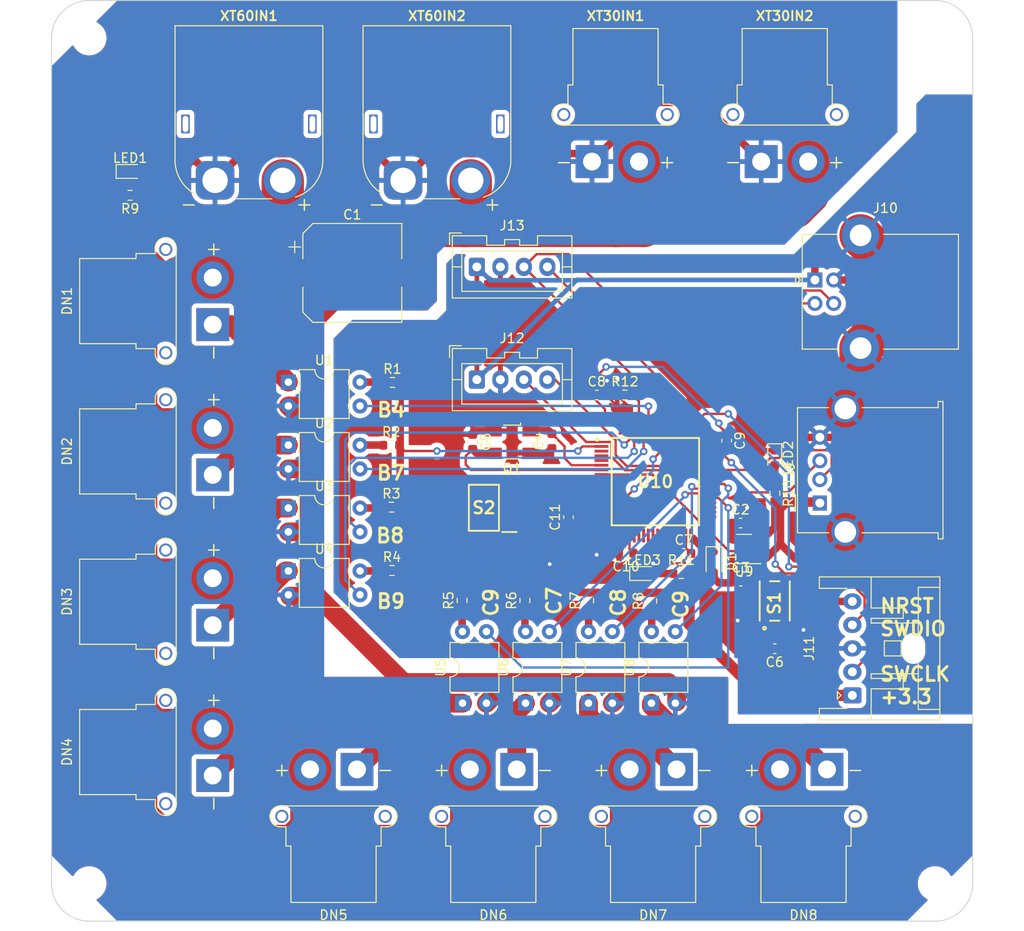
<source format=kicad_pcb>
(kicad_pcb (version 20221018) (generator pcbnew)
  (layers (0 "F.Cu" signal) (31 "B.Cu" signal) (34 "B.Paste" user) (35 "F.Paste" user) (36 "B.SilkS" user "B.Silkscreen") (37 "F.SilkS" user "F.Silkscreen") (38 "B.Mask" user) (39 "F.Mask" user) (44 "Edge.Cuts" user))
  (net 0 "")
  (net 1 "VCC")
  (net 2 "GNDPWR")
  (net 3 "GND")
  (net 4 "nrst")
  (net 5 "+3.3V")
  (net 6 "+5V")
  (net 7 "A10")
  (net 8 "A9")
  (net 9 "C10")
  (net 10 "C11")
  (net 11 "swclk")
  (net 12 "swdio")
  (net 13 "Net-(LED1-A)")
  (net 14 "Net-(LED2-A)")
  (net 15 "Net-(LED3-A)")
  (net 16 "A0")
  (net 17 "A1")
  (net 18 "C6")
  (net 19 "C7")
  (net 20 "C8")
  (net 21 "C9")
  (net 22 "B6")
  (net 23 "B7")
  (net 24 "B8")
  (net 25 "B9")
  (net 26 "Net-(R5-Pad1)")
  (net 27 "Net-(R6-Pad1)")
  (net 28 "Net-(R7-Pad1)")
  (net 29 "Net-(R8-Pad1)")
  (net 30 "Net-(U9-ADJ)")
  (net 31 "Net-(U9-OUT)")
  (net 32 "Net-(U10-PH0-OSC_IN)")
  (net 33 "Net-(U10-PH1-OSC_OUT)")
  (net 34 "Net-(U10-VCAP_1)")
  (net 35 "Net-(J1-Pin_1)")
  (net 36 "Net-(J2-Pin_1)")
  (net 37 "Net-(J3-Pin_1)")
  (net 38 "Net-(J4-Pin_1)")
  (net 39 "Net-(J5-Pin_1)")
  (net 40 "Net-(J6-Pin_1)")
  (net 41 "Net-(J7-Pin_1)")
  (net 42 "Net-(J8-Pin_1)")
  (net 43 "Net-(R1-Pad1)")
  (net 44 "Net-(R2-Pad1)")
  (net 45 "Net-(R3-Pad1)")
  (net 46 "Net-(R4-Pad1)")
  (net 47 "Net-(U10-BOOT0)")
  (net 48 "Net-(U10-PC3)")
  (net 49 "Net-(U10-PC2)")
  (net 50 "Net-(U10-PC1)")
  (net 51 "Net-(U10-PC0)")
  (footprint "Resistor_SMD:R_0603_1608Metric" (layer "F.Cu") (at 121.679757 121.861689 90)
    (fp_text reference "R5")
    (fp_text value "100")
  )
  (footprint "LED_SMD:LED_0603_1608Metric" (layer "F.Cu") (at 141 119)
    (fp_text reference "LED3")
    (fp_text value "3.3v")
  )
  (footprint "Connector_AMASS:AMASS_XT30PW-F_1x02_P2.50mm_Horizontal" (layer "F.Cu") (at 110.5 139.85 180)
    (fp_text reference "DN5")
    (fp_text value "Conn_01x02")
  )
  (footprint "Resistor_SMD:R_0603_1608Metric" (layer "F.Cu") (at 114.137312 105.347025)
    (fp_text reference "R2")
    (fp_text value "100")
  )
  (footprint "Resistor_SMD:R_0603_1608Metric" (layer "F.Cu") (at 114.268511 98.655906)
    (fp_text reference "R1")
    (fp_text value "100")
  )
  (footprint "MountingHole:MountingHole_3.2mm_M3" (layer "F.Cu") (at 172 152)
    (fp_text reference "REF**" hide)
    (fp_text value "MountingHole_3.2mm_M3")
  )
  (footprint "Resistor_SMD:R_0603_1608Metric" (layer "F.Cu") (at 141.855157 121.92 90)
    (fp_text reference "R8")
    (fp_text value "100")
  )
  (footprint "SamacSys:SMT_4.2X3.2_" (layer "F.Cu") (at 154.94 121.92 90)
    (fp_text reference "S1")
    (fp_text value "SKRPACE010" hide)
  )
  (footprint "Connector_AMASS:AMASS_XT30PW-F_1x02_P2.50mm_Horizontal" (layer "F.Cu") (at 95.15 92.5 90)
    (fp_text reference "DN1")
    (fp_text value "Conn_01x02")
  )
  (footprint "Connector_JST:JST_XA_S05B-XASK-1_1x05_P2.50mm_Horizontal" (layer "F.Cu") (at 163.198424 131.967858 90)
    (fp_text reference "J11")
    (fp_text value "stlink")
  )
  (footprint "Capacitor_SMD:C_0603_1608Metric" (layer "F.Cu") (at 145.26604 116.859941)
    (fp_text reference "C7")
    (fp_text value "4.7uF")
  )
  (footprint "Connector_AMASS:AMASS_XT30PW-F_1x02_P2.50mm_Horizontal" (layer "F.Cu") (at 95.15 108.5 90)
    (fp_text reference "DN2")
    (fp_text value "Conn_01x02")
  )
  (footprint "Capacitor_SMD:C_0603_1608Metric" (layer "F.Cu") (at 149.818123 104.855366 -90)
    (fp_text reference "C9")
    (fp_text value "0.1uF")
  )
  (footprint "Package_DIP:DIP-4_W7.62mm" (layer "F.Cu") (at 103.2 105.325)
    (fp_text reference "U2")
    (fp_text value "TLP627")
  )
  (footprint "Capacitor_SMD:C_0603_1608Metric" (layer "F.Cu") (at 151.322365 119.811261)
    (fp_text reference "C3")
    (fp_text value "2.2uF")
  )
  (footprint "Capacitor_SMD:CP_Elec_10x10" (layer "F.Cu") (at 110 87)
    (fp_text reference "C1")
    (fp_text value "330μf")
  )
  (footprint "Crystal:Crystal_SMD_Abracon_ABM3B-4Pin_5.0x3.2mm" (layer "F.Cu") (at 127 105 180)
    (fp_text reference "Q1")
    (fp_text value "ABM3B-8.000MHZ-B2-T")
  )
  (footprint "Package_DIP:DIP-4_W7.62mm" (layer "F.Cu") (at 103.2 98.625)
    (fp_text reference "U1")
    (fp_text value "TLP627")
  )
  (footprint "Capacitor_SMD:C_0603_1608Metric" (layer "F.Cu") (at 151.302424 113.629442)
    (fp_text reference "C2")
    (fp_text value "4.7nF")
  )
  (footprint "Diode_SMD:D_SOD-323" (layer "F.Cu") (at 148.486569 117.757302 -90)
    (fp_text reference "D1")
    (fp_text value "BAT60JFILM")
  )
  (footprint "Package_DIP:DIP-4_W7.62mm" (layer "F.Cu") (at 121.725 132.8 90)
    (fp_text reference "U5")
    (fp_text value "TLP627")
  )
  (footprint "Connector_USB:USB_B_Lumberg_2411_02_Horizontal" (layer "F.Cu") (at 159.2125 87.75)
    (fp_text reference "J10")
    (fp_text value "USB_B")
  )
  (footprint "Capacitor_SMD:C_0603_1608Metric" (layer "F.Cu") (at 139.1217 116.820058 180)
    (fp_text reference "C10")
    (fp_text value "0.1uF")
  )
  (footprint "Package_DIP:DIP-4_W7.62mm" (layer "F.Cu") (at 103.2 112.025)
    (fp_text reference "U3")
    (fp_text value "TLP627")
  )
  (footprint "LED_SMD:LED_0603_1608Metric" (layer "F.Cu") (at 154.94 106.68 -90)
    (fp_text reference "LED2")
    (fp_text value "5v")
  )
  (footprint "Capacitor_SMD:C_0603_1608Metric" (layer "F.Cu") (at 133 113 90)
    (fp_text reference "C11")
    (fp_text value "0.1uF")
  )
  (footprint "Resistor_SMD:R_0603_1608Metric" (layer "F.Cu") (at 135.137798 121.885013 90)
    (fp_text reference "R7")
    (fp_text value "100")
  )
  (footprint "MountingHole:MountingHole_3.2mm_M3" (layer "F.Cu") (at 82 152)
    (fp_text reference "REF**" hide)
    (fp_text value "MountingHole_3.2mm_M3")
  )
  (footprint "Capacitor_SMD:C_0603_1608Metric" (layer "F.Cu") (at 122.79736 104.985044 -90)
    (fp_text reference "C5")
    (fp_text value "22pF")
  )
  (footprint "Connector_AMASS:AMASS_XT30PW-F_1x02_P2.50mm_Horizontal" (layer "F.Cu") (at 144.5 139.85 180)
    (fp_text reference "DN7")
    (fp_text value "Conn_01x02")
  )
  (footprint "Capacitor_SMD:C_0603_1608Metric" (layer "F.Cu") (at 131.232552 104.895307 90)
    (fp_text reference "C4")
    (fp_text value "22pF")
  )
  (footprint "Resistor_SMD:R_0603_1608Metric" (layer "F.Cu") (at 86.36 78.74 180)
    (fp_text reference "R9")
    (fp_text value "4.7k")
  )
  (footprint "Resistor_SMD:R_0603_1608Metric" (layer "F.Cu") (at 154.954956 110.461349 -90)
    (fp_text reference "R10")
    (fp_text value "4.7k")
  )
  (footprint "Connector_AMASS:AMASS_XT30PW-F_1x02_P2.50mm_Horizontal" (layer "F.Cu") (at 95.15 140.5 90)
    (fp_text reference "DN4")
    (fp_text value "Conn_01x02")
  )
  (footprint "Connector_USB:USB_A_Molex_67643_Horizontal" (layer "F.Cu") (at 159.74 111.5 90)
    (fp_text reference "J9")
    (fp_text value "USB_A")
  )
  (footprint "Package_DIP:DIP-4_W7.62mm" (layer "F.Cu") (at 103.2 118.725)
    (fp_text reference "U4")
    (fp_text value "TLP627")
  )
  (footprint "Package_DIP:DIP-4_W7.62mm" (layer "F.Cu") (at 141.825 132.8 90)
    (fp_text reference "U8")
    (fp_text value "TLP627")
  )
  (footprint "Connector_AMASS:AMASS_XT30PW-F_1x02_P2.50mm_Horizontal" (layer "F.Cu") (at 153.5 75.15)
    (fp_text reference "XT30IN2")
    (fp_text value "Conn_01x02")
  )
  (footprint "Connector_JST:JST_XA_B04B-XASK-1_1x04_P2.50mm_Vertical" (layer "F.Cu") (at 123.25 98.36)
    (fp_text reference "J12")
    (fp_text value "Conn_01x04")
  )
  (footprint "MountingHole:MountingHole_3.2mm_M3" (layer "F.Cu") (at 172 62)
    (fp_text reference "REF**" hide)
    (fp_text value "MountingHole_3.2mm_M3")
  )
  (footprint "Capacitor_SMD:C_0603_1608Metric" (layer "F.Cu") (at 154.94 127 180)
    (fp_text reference "C6")
    (fp_text value "0.1uF")
  )
  (footprint "Resistor_SMD:R_0603_1608Metric" (layer "F.Cu") (at 114.163552 111.933185)
    (fp_text reference "R3")
    (fp_text value "100")
  )
  (footprint "Package_TO_SOT_SMD:SOT-23-5" (layer "F.Cu") (at 151.675787 116.388676 180)
    (fp_text reference "U9")
    (fp_text value "SPX3819M5-L")
  )
  (footprint "Connector_AMASS:AMASS_XT60PW-M_1x02_P7.20mm_Horizontal" (layer "F.Cu") (at 115.4 77.15)
    (fp_text reference "XT60IN2")
    (fp_text value "power")
  )
  (footprint "Package_DIP:DIP-4_W7.62mm" (layer "F.Cu") (at 128.425 132.8 90)
    (fp_text reference "U6")
    (fp_text value "TLP627")
  )
  (footprint "Package_DIP:DIP-4_W7.62mm" (layer "F.Cu") (at 135.125 132.8 90)
    (fp_text reference "U7")
    (fp_text value "TLP627")
  )
  (footprint "Resistor_SMD:R_0603_1608Metric" (layer "F.Cu") (at 139 100)
    (fp_text reference "R12")
    (fp_text value "10k")
  )
  (footprint "Resistor_SMD:R_0603_1608Metric" (layer "F.Cu") (at 128.362129 121.873351 90)
    (fp_text reference "R6")
    (fp_text value "100")
  )
  (footprint "Connector_AMASS:AMASS_XT30PW-F_1x02_P2.50mm_Horizontal" (layer "F.Cu") (at 160.5 139.85 180)
    (fp_text reference "DN8")
    (fp_text value "Conn_01x02")
  )
  (footprint "LED_SMD:LED_0603_1608Metric" (layer "F.Cu") (at 86.36 76.2)
    (fp_text reference "LED1")
    (fp_text value "vcc")
  )
  (footprint "SamacSys:NE555DR" (layer "F.Cu") (at 124 112 180)
    (fp_text reference "S2")
    (fp_text value "KHS42E" hide)
  )
  (footprint "SamacSys:QFP50P1200X1200X160-64N" (layer "F.Cu") (at 142.24 109.22)
    (fp_text reference "U10")
    (fp_text value "STM32F446RCT7" hide)
  )
  (footprint "Capacitor_SMD:C_0603_1608Metric" (layer "F.Cu") (at 136 100)
    (fp_text reference "C8")
    (fp_text value "0.1uF")
  )
  (footprint "Connector_JST:JST_XA_B04B-XASK-1_1x04_P2.50mm_Vertical" (layer "F.Cu") (at 123.25 86.36)
    (fp_text reference "J13")
    (fp_text value "Conn_01x04")
  )
  (footprint "Connector_AMASS:AMASS_XT30PW-F_1x02_P2.50mm_Horizontal" (layer "F.Cu") (at 135.5 75.15)
    (fp_text reference "XT30IN1")
    (fp_text value "Conn_01x02")
  )
  (footprint "Connector_AMASS:AMASS_XT30PW-F_1x02_P2.50mm_Horizontal" (layer "F.Cu") (at 95.15 124.5 90)
    (fp_text reference "DN3")
    (fp_text value "Conn_01x02")
  )
  (footprint "Connector_AMASS:AMASS_XT30PW-F_1x02_P2.50mm_Horizontal" (layer "F.Cu") (at 127.5 139.85 180)
    (fp_text reference "DN6")
    (fp_text value "Conn_01x02")
  )
  (footprint "MountingHole:MountingHole_3.2mm_M3" (layer "F.Cu") (at 82 62)
    (fp_text reference "REF**" hide)
    (fp_text value "MountingHole_3.2mm_M3")
  )
  (footprint "Connector_AMASS:AMASS_XT60PW-M_1x02_P7.20mm_Horizontal" (layer "F.Cu") (at 95.4 77.15)
    (fp_text reference "XT60IN1")
    (fp_text value "power")
  )
  (footprint "Resistor_SMD:R_0603_1608Metric" (layer "F.Cu") (at 114.216031 118.676783)
    (fp_text reference "R4")
    (fp_text value "100")
  )
  (footprint "Resistor_SMD:R_0603_1608Metric" (layer "F.Cu") (at 145 119)
    (fp_text reference "R11")
    (fp_text value "1k")
  )
  (gr_line (start 82 156) (end 172 156) (stroke (width 0.1)) (layer "Edge.Cuts"))
  (gr_line (start 176 152) (end 176 62) (stroke (width 0.1)) (layer "Edge.Cuts"))
  (gr_arc (start 176 152) (mid 174.828427 154.828427) (end 172 156) (stroke (width 0.1)) (layer "Edge.Cuts"))
  (gr_arc (start 172 58) (mid 174.828427 59.171573) (end 176 62) (stroke (width 0.1)) (layer "Edge.Cuts"))
  (gr_arc (start 82 156) (mid 79.171573 154.828427) (end 78 152) (stroke (width 0.1)) (layer "Edge.Cuts"))
  (gr_arc (start 78 62) (mid 79.171573 59.171573) (end 82 58) (stroke (width 0.1)) (layer "Edge.Cuts"))
  (gr_line (start 78 62) (end 78 152) (stroke (width 0.1)) (layer "Edge.Cuts"))
  (gr_line (start 172 58) (end 82 58) (stroke (width 0.1)) (layer "Edge.Cuts"))
  (gr_text "C9" (at 145.831739 123.92492 90) (layer "F.SilkS") (effects (font (size 1.5 1.5) (thickness 0.3) bold) (justify left bottom)))
  (gr_text "NRST\nSWDIO\n\nSWCLK\n+3.3" (at 166 133) (layer "F.SilkS") (effects (font (size 1.5 1.5) (thickness 0.3) bold) (justify left bottom)))
  (gr_text "B9" (at 112.442433 122.829224) (layer "F.SilkS") (effects (font (size 1.5 1.5) (thickness 0.3) bold) (justify left bottom)))
  (gr_text "C7" (at 132.337856 123.559243 90) (layer "F.SilkS") (effects (font (size 1.5 1.5) (thickness 0.3) bold) (justify left bottom)))
  (gr_text "B7" (at 112.443271 109.164068) (layer "F.SilkS") (effects (font (size 1.5 1.5) (thickness 0.3) bold) (justify left bottom)))
  (gr_text "B4" (at 112.480811 102.455505) (layer "F.SilkS") (effects (font (size 1.5 1.5) (thickness 0.3) bold) (justify left bottom)))
  (gr_text "C9" (at 125.631807 123.736384 90) (layer "F.SilkS") (effects (font (size 1.5 1.5) (thickness 0.3) bold) (justify left bottom)))
  (gr_text "C8" (at 139.176302 123.747779 90) (layer "F.SilkS") (effects (font (size 1.5 1.5) (thickness 0.3) bold) (justify left bottom)))
  (gr_text "B8" (at 112.366515 115.844811) (layer "F.SilkS") (effects (font (size 1.5 1.5) (thickness 0.3) bold) (justify left bottom)))
  (segment (start 155.65 140) (end 155.65 146.154773) (width 4.5) (layer "F.Cu") (net 1))
  (segment (start 95.15 119.5) (end 95 119.65) (width 4.5) (layer "F.Cu") (net 1))
  (segment (start 88.65 119.65) (end 87 118) (width 4.5) (layer "F.Cu") (net 1))
  (segment (start 153.804773 148) (end 141.3 148) (width 4.5) (layer "F.Cu") (net 1))
  (segment (start 85.535 81.723478) (end 91.311522 87.5) (width 0.8) (layer "F.Cu") (net 1))
  (segment (start 139.5 139.85) (end 139.65 140) (width 4.5) (layer "F.Cu") (net 1))
  (segment (start 122.5 139.85) (end 122.65 140) (width 4.5) (layer "F.Cu") (net 1))
  (segment (start 155.65 146.154773) (end 153.804773 148) (width 4.5) (layer "F.Cu") (net 1))
  (segment (start 122.65 146.35) (end 121 148) (width 4.5) (layer "F.Cu") (net 1))
  (segment (start 87 137.495227) (end 88.845227 135.65) (width 4.5) (layer "F.Cu") (net 1))
  (segment (start 95 103.65) (end 88.845227 103.65) (width 4.5) (layer "F.Cu") (net 1))
  (segment (start 102.6 77.15) (end 102.6 80.6) (width 4.5) (layer "F.Cu") (net 1))
  (segment (start 107.495227 148) (end 105.65 146.154773) (width 4.5) (layer "F.Cu") (net 1))
  (segment (start 157.05 80) (end 143 80) (width 4.5) (layer "F.Cu") (net 1))
  (segment (start 95 135.65) (end 88.845227 135.65) (width 4.5) (layer "F.Cu") (net 1))
  (segment (start 140.5 75.15) (end 140.5 79.5) (width 4.5) (layer "F.Cu") (net 1))
  (segment (start 87 105.495227) (end 88.845227 103.65) (width 4.5) (layer "F.Cu") (net 1))
  (segment (start 87 133.804773) (end 87 121.3) (width 4.5) (layer "F.Cu") (net 1))
  (segment (start 141.3 148) (end 139.65 146.35) (width 4.5) (layer "F.Cu") (net 1))
  (segment (start 105.5 139.85) (end 105.65 140) (width 4.5) (layer "F.Cu") (net 1))
  (segment (start 95.65 87) (end 95.15 87.5) (width 4.5) (layer "F.Cu") (net 1))
  (segment (start 143 80) (end 141 82) (width 4.5) (layer "F.Cu") (net 1))
  (segment (start 158.5 75.15) (end 158.5 78.55) (width 4.5) (layer "F.Cu") (net 1))
  (segment (start 102.6 80.6) (end 104 82) (width 4.5) (layer "F.Cu") (net 1))
  (segment (start 121 148) (end 107.495227 148) (width 4.5) (layer "F.Cu") (net 1))
  (segment (start 95.15 103.5) (end 95 103.65) (width 4.5) (layer "F.Cu") (net 1))
  (segment (start 158.5 78.55) (end 157.05 80) (width 4.5) (layer "F.Cu") (net 1))
  (segment (start 139.65 140) (end 139.65 146.35) (width 4.5) (layer "F.Cu") (net 1))
  (segment (start 95.15 135.5) (end 95 135.65) (width 4.5) (layer "F.Cu") (net 1))
  (segment (start 139.65 146.35) (end 138 148) (width 4.5) (layer "F.Cu") (net 1))
  (segment (start 90.462994 87.5) (end 91.604773 87.5) (width 2) (layer "F.Cu") (net 1))
  (segment (start 87 144.804773) (end 87 137.495227) (width 4.5) (layer "F.Cu") (net 1))
  (segment (start 105.65 140) (end 105.65 146.154773) (width 4.5) (layer "F.Cu") (net 1))
  (segment (start 138 148) (end 124.3 148) (width 4.5) (layer "F.Cu") (net 1))
  (segment (start 138 82) (end 122 82) (width 4.5) (layer "F.Cu") (net 1))
  (segment (start 87 101.804773) (end 87 92.104773) (width 4.5) (layer "F.Cu") (net 1))
  (segment (start 87 92.104773) (end 91.604773 87.5) (width 4.5) (layer "F.Cu") (net 1))
  (segment (start 122.6 77.15) (end 122.6 81.4) (width 4.5) (layer "F.Cu") (net 1))
  (segment (start 90.195227 148) (end 87 144.804773) (width 4.5) (layer "F.Cu") (net 1))
  (segment (start 87 118) (end 87 105.495227) (width 4.5) (layer "F.Cu") (net 1))
  (segment (start 91.311522 87.5) (end 91.604773 87.5) (width 0.8) (layer "F.Cu") (net 1))
  (segment (start 122 82) (end 106 82) (width 4.5) (layer "F.Cu") (net 1))
  (segment (start 155.5 139.85) (end 155.65 140) (width 4.5) (layer "F.Cu") (net 1))
  (segment (start 124.3 148) (end 122.65 146.35) (width 4.5) (layer "F.Cu") (net 1))
  (segment (start 106 82) (end 104 82) (width 4.5) (layer "F.Cu") (net 1))
  (segment (start 85.535 78.74) (end 85.535 81.723478) (width 0.8) (layer "F.Cu") (net 1))
  (segment (start 141 82) (end 138 82) (width 4.5) (layer "F.Cu") (net 1))
  (segment (start 88.845227 135.65) (end 87 133.804773) (width 4.5) (layer "F.Cu") (net 1))
  (segment (start 106 87) (end 106 82) (width 4.5) (layer "F.Cu") (net 1))
  (segment (start 105.65 146.154773) (end 103.804773 148) (width 4.5) (layer "F.Cu") (net 1))
  (segment (start 103.804773 148) (end 90.195227 148) (width 4.5) (layer "F.Cu") (net 1))
  (segment (start 122.6 81.4) (end 122 82) (width 4.5) (layer "F.Cu") (net 1))
  (segment (start 122.65 140) (end 122.65 146.35) (width 4.5) (layer "F.Cu") (net 1))
  (segment (start 88.845227 103.65) (end 87 101.804773) (width 4.5) (layer "F.Cu") (net 1))
  (segment (start 95 119.65) (end 88.65 119.65) (width 4.5) (layer "F.Cu") (net 1))
  (segment (start 140.5 79.5) (end 138 82) (width 4.5) (layer "F.Cu") (net 1))
  (segment (start 87 121.3) (end 88.65 119.65) (width 4.5) (layer "F.Cu") (net 1))
  (segment (start 106 87) (end 95.65 87) (width 4.5) (layer "F.Cu") (net 1))
  (segment (start 91.604773 87.5) (end 95.15 87.5) (width 4.5) (layer "F.Cu") (net 1))
  (segment (start 124.265 132.8) (end 126.465 130.6) (width 2) (layer "F.Cu") (net 2))
  (segment (start 147.2 68.85) (end 153.5 75.15) (width 0.8) (layer "F.Cu") (net 2))
  (segment (start 93.375 75.125) (end 95.4 77.15) (width 0.8) (layer "F.Cu") (net 2))
  (segment (start 112.55 74.3) (end 115.4 77.15) (width 0.8) (layer "F.Cu") (net 2))
  (segment (start 139.865 130.6) (end 143.6 130.6) (width 2) (layer "F.Cu") (net 2))
  (segment (start 118.25 74.3) (end 115.4 77.15) (width 0.8) (layer "F.Cu") (net 2))
  (segment (start 95.4 77.15) (end 98.25 74.3) (width 0.8) (layer "F.Cu") (net 2))
  (segment (start 98.25 74.3) (end 112.55 74.3) (width 0.8) (layer "F.Cu") (net 2))
  (segment (start 85.5725 76.2) (end 85.5725 76.142113) (width 0.8) (layer "F.Cu") (net 2))
  (segment (start 106 92) (end 111 87) (width 2) (layer "F.Cu") (net 2))
  (segment (start 135.5 75.15) (end 134.65 74.3) (width 0.8) (layer "F.Cu") (net 2))
  (segment (start 103.2 101.165) (end 105.4 103.365) (width 2) (layer "F.Cu") (net 2))
  (segment (start 105.4 107.6) (end 105.135 107.865) (width 2) (layer "F.Cu") (net 2))
  (segment (start 135.5 75.15) (end 141.8 68.85) (width 0.8) (layer "F.Cu") (net 2))
  (segment (start 105.4 120.525) (end 115.475 130.6) (width 2) (layer "F.Cu") (net 2))
  (segment (start 105.4 120.525) (end 104.518579 121.406421) (width 2) (layer "F.Cu") (net 2))
  (segment (start 111 87) (end 114 87) (width 2) (layer "F.Cu") (net 2))
  (segment (start 134.65 74.3) (end 118.25 74.3) (width 0.8) (layer "F.Cu") (net 2))
  (segment (start 130.965 132.8) (end 132.8825 130.8825) (width 2) (layer "F.Cu") (net 2))
  (segment (start 106 99.825) (end 106 92) (width 2) (layer "F.Cu") (net 2))
  (segment (start 105.135 107.865) (end 103.2 107.865) (width 2) (layer "F.Cu") (net 2))
  (segment (start 137.665 132.8) (end 139.865 130.6) (width 2) (layer "F.Cu") (net 2))
  (segment (start 105.4 107.6) (end 105.4 113.825) (width 2) (layer "F.Cu") (net 2))
  (segment (start 132.8825 130.8825) (end 133.165 130.6) (width 2) (layer "F.Cu") (net 2))
  (segment (start 104.66 114.565) (end 103.2 114.565) (width 2) (layer "F.Cu") (net 2))
  (segment (start 86.589613 75.125) (end 93.375 75.125) (width 0.8) (layer "F.Cu") (net 2))
  (segment (start 126.465 130.6) (end 132.6 130.6) (width 2) (layer "F.Cu") (net 2))
  (segment (start 144.506421 131.506421) (end 144.506421 132.658579) (width 2) (layer "F.Cu") (net 2))
  (segment (start 141.8 68.85) (end 147.2 68.85) (width 0.8) (layer "F.Cu") (net 2))
  (segment (start 103.2 101.165) (end 104.66 101.165) (width 2) (layer "F.Cu") (net 2))
  (segment (start 105.4 113.825) (end 105.4 120.525) (width 2) (layer "F.Cu") (net 2))
  (segment (start 85.5725 76.142113) (end 86.589613 75.125) (width 0.8) (layer "F.Cu") (net 2))
  (segment (start 104.66 101.165) (end 106 99.825) (width 2) (layer "F.Cu") (net 2))
  (segment (start 115.475 130.6) (end 126.465 130.6) (width 2) (layer "F.Cu") (net 2))
  (segment (start 132.6 130.6) (end 132.8825 130.8825) (width 2) (layer "F.Cu") (net 2))
  (segment (start 105.4 113.825) (end 104.66 114.565) (width 2) (layer "F.Cu") (net 2))
  (segment (start 104.518579 121.406421) (end 103.341421 121.406421) (width 2) (layer "F.Cu") (net 2))
  (segment (start 133.165 130.6) (end 139.865 130.6) (width 2) (layer "F.Cu") (net 2))
  (segment (start 143.6 130.6) (end 144.506421 131.506421) (width 2) (layer "F.Cu") (net 2))
  (segment (start 105.4 103.365) (end 105.4 107.6) (width 2) (layer "F.Cu") (net 2))
  (segment (start 136.99 100) (end 138.99 102) (width 0.25) (layer "F.Cu") (net 3))
  (segment (start 136.775 100) (end 136.99 100) (width 0.25) (layer "F.Cu") (net 3))
  (segment (start 162.45 101.43) (end 163.95 102.93) (width 4.5) (layer "F.Cu") (net 3))
  (segment (start 153.865 123.995) (end 153.865 119.845) (width 0.8) (layer "F.Cu") (net 3))
  (segment (start 138.99 100.815) (end 138.99 102) (width 0.25) (layer "F.Cu") (net 3))
  (segment (start 164.0725 83) (end 166.0725 85) (width 4.5) (layer "F.Cu") (net 3))
  (segment (start 162.38 104.5) (end 163.95 102.93) (width 0.8) (layer "F.Cu") (net 3))
  (segment (start 155.5 104.5) (end 154.94 105.06) (width 0.8) (layer "F.Cu") (net 3))
  (segment (start 166.0725 93) (end 164.0725 95) (width 4.5) (layer "F.Cu") (net 3))
  (segment (start 121.288 112.635) (end 121.288 111.365) (width 0.25) (layer "F.Cu") (net 3))
  (segment (start 121.288 110.095) (end 121.288 111.365) (width 0.25) (layer "F.Cu") (net 3))
  (segment (start 145.49 116.308901) (end 145.49 114.958) (width 0.25) (layer "F.Cu") (net 3))
  (segment (start 146.04104 116.859941) (end 144.975481 117.9255) (width 0.25) (layer "F.Cu") (net 3))
  (segment (start 166.0725 85) (end 166.0725 88) (width 4.5) (layer "F.Cu") (net 3))
  (segment (start 164.0725 99.8075) (end 162.45 101.43) (width 4.5) (layer "F.Cu") (net 3))
  (segment (start 134.255 110.97) (end 136.502 110.97) (width 0.25) (layer "F.Cu") (net 3))
  (segment (start 151.825787 113.881079) (end 152.077424 113.629442) (width 0.25) (layer "F.Cu") (net 3))
  (segment (start 152.813287 116.388676) (end 152.388676 116.388676) (width 0.25) (layer "F.Cu") (net 3))
  (segment (start 153.831261 119.811261) (end 153.865 119.845) (width 0.8) (layer "F.Cu") (net 3))
  (segment (start 138.99 102) (end 138.99 103.482) (width 0.25) (layer "F.Cu") (net 3))
  (segment (start 125 103.8) (end 123.207404 103.8) (width 0.8) (layer "F.Cu") (net 3))
  (segment (start 161.2125 87.75) (end 165.8225 87.75) (width 0.8) (layer "F.Cu") (net 3))
  (segment (start 146.04104 116.859941) (end 145.49 116.308901) (width 0.25) (layer "F.Cu") (net 3))
  (segment (start 166.0725 88) (end 166.0725 93) (width 4.5) (layer "F.Cu") (net 3))
  (segment (start 149.478489 105.97) (end 149.818123 105.630366) (width 0.25) (layer "F.Cu") (net 3))
  (segment (start 130.702859 106.2) (end 131.232552 105.670307) (width 0.8) (layer "F.Cu") (net 3))
  (segment (start 159.74 104.5) (end 162.38 104.5) (width 0.8) (layer "F.Cu") (net 3))
  (segment (start 147.978 105.97) (end 149.478489 105.97) (width 0.25) (layer "F.Cu") (net 3))
  (segment (start 164.0725 95) (end 164.0725 99.8075) (width 4.5) (layer "F.Cu") (net 3))
  (segment (start 138.3467 117.1342) (end 138.3467 116.820058) (width 0.8) (layer "F.Cu") (net 3))
  (segment (start 159.74 104.5) (end 155.5 104.5) (width 0.8) (layer "F.Cu") (net 3))
  (segment (start 138.175 100) (end 138.99 100.815) (width 0.25) (layer "F.Cu") (net 3))
  (segment (start 154.165 124.295) (end 153.865 123.995) (width 0.8) (layer "F.Cu") (net 3))
  (segment (start 152.429036 116.388676) (end 151.825787 115.785427) (width 0.25) (layer "F.Cu") (net 3))
  (segment (start 152.813287 116.388676) (end 152.429036 116.388676) (width 0.25) (layer "F.Cu") (net 3))
  (segment (start 161.509442 113.629442) (end 162.45 114.57) (width 0.8) (layer "F.Cu") (net 3))
  (segment (start 151.825787 115.785427) (end 151.825787 113.881079) (width 0.25) (layer "F.Cu") (net 3))
  (segment (start 138.99 116.176758) (end 138.3467 116.820058) (width 0.25) (layer "F.Cu") (net 3))
  (segment (start 129 106.2) (end 130.702859 106.2) (width 0.8) (layer "F.Cu") (net 3))
  (segment (start 163.95 113.07) (end 162.45 114.57) (width 4.5) (layer "F.Cu") (net 3))
  (segment (start 121.288 113.905) (end 121.288 112.635) (width 0.25) (layer "F.Cu") (net 3))
  (segment (start 125.75 86.36) (end 125.75 98.36) (width 0.5) (layer "F.Cu") (net 3))
  (segment (start 154.165 127) (end 154.165 124.295) (width 0.8) (layer "F.Cu") (net 3))
  (segment (start 154.94 105.8925) (end 154.94 105.06) (width 0.8) (layer "F.Cu") (net 3))
  (segment (start 123.207404 103.8) (end 122.79736 104.210044) (width 0.8) (layer "F.Cu") (net 3))
  (segment (start 144.975481 117.9255) (end 142 117.9255) (width 0.25) (layer "F.Cu") (net 3))
  (segment (start 165.8225 87.75) (end 166.0725 88) (width 0.8) (layer "F.Cu") (net 3))
  (segment (start 133 112.225) (end 134.255 110.97) (width 0.25) (layer "F.Cu") (net 3))
  (segment (start 163.95 102.93) (end 163.95 113.07) (width 4.5) (layer "F.Cu") (net 3))
  (segment (start 138.99 114.958) (end 138.99 116.176758) (width 0.25) (layer "F.Cu") (net 3))
  (via (at 136 117) (size 0.8) (drill 0.4) (layers "F.Cu" "B.Cu") (net 3))
  (via (at 142 117.9255) (size 0.8) (drill 0.4) (layers "F.Cu" "B.Cu") (net 3))
  (via (at 152 112) (size 0.8) (drill 0.4) (layers "F.Cu" "B.Cu") (net 3))
  (via (at 131 118) (size 0.8) (drill 0.4) (layers "F.Cu" "B.Cu") (net 3))
  (via (at 138.165409 98.226628) (size 0.8) (drill 0.4) (layers "F.Cu" "B.Cu") (net 3))
  (via (at 151 124) (size 0.8) (drill 0.4) (layers "F.Cu" "B.Cu") (net 3))
  (via (at 137.091295 98.473674) (size 0.8) (drill 0.4) (layers "F.Cu" "B.Cu") (net 3))
  (via (at 158 125) (size 0.8) (drill 0.4) (layers "F.Cu" "B.Cu") (net 3))
  (segment (start 142 117.9255) (end 142 117) (width 0.25) (layer "B.Cu") (net 3))
  (segment (start 156.015 119.845) (end 156.015 122) (width 0.8) (layer "F.Cu") (net 4))
  (segment (start 163.198424 121.967858) (end 156.047142 121.967858) (width 0.8) (layer "F.Cu") (net 4))
  (segment (start 152.995 118.995) (end 155.165 118.995) (width 0.25) (layer "F.Cu") (net 4))
  (segment (start 156.047142 121.967858) (end 156.015 122) (width 0.8) (layer "F.Cu") (net 4))
  (segment (start 151.147538 116.613676) (end 151.525787 116.991925) (width 0.25) (layer "F.Cu") (net 4))
  (segment (start 155.715 124.295) (end 156.015 123.995) (width 0.8) (layer "F.Cu") (net 4))
  (segment (start 136.502 108.47) (end 141.9405 108.47) (width 0.25) (layer "F.Cu") (net 4))
  (segment (start 155.715 127) (end 155.715 124.295) (width 0.8) (layer "F.Cu") (net 4))
  (segment (start 156.015 122) (end 156.015 123.995) (width 0.8) (layer "F.Cu") (net 4))
  (segment (start 151.525787 117.525787) (end 152.995 118.995) (width 0.25) (layer "F.Cu") (net 4))
  (segment (start 150.084176 116.613676) (end 151.147538 116.613676) (width 0.25) (layer "F.Cu") (net 4))
  (segment (start 141.9405 108.47) (end 150.084176 116.613676) (width 0.25) (layer "F.Cu") (net 4))
  (segment (start 155.165 118.995) (end 156.015 119.845) (width 0.25) (layer "F.Cu") (net 4))
  (segment (start 151.525787 116.991925) (end 151.525787 117.525787) (width 0.25) (layer "F.Cu") (net 4))
  (segment (start 136.884335 101.876335) (end 138.49 103.482) (width 0.25) (layer "F.Cu") (net 5))
  (segment (start 145.825 124.377258) (end 145.825 119) (width 1.2) (layer "F.Cu") (net 5))
  (segment (start 135.225 98.775) (end 137 97) (width 0.25) (layer "F.Cu") (net 5))
  (segment (start 149.818123 104.080366) (end 149.353989 104.5445) (width 0.25) (layer "F.Cu") (net 5))
  (segment (start 149.367634 104.080366) (end 147.978 105.47) (width 0.25) (layer "F.Cu") (net 5))
  (segment (start 149 103.262243) (end 149.818123 104.080366) (width 0.25) (layer "F.Cu") (net 5))
  (segment (start 115.093511 105.215826) (end 114.962312 105.347025) (width 0.25) (layer "F.Cu") (net 5))
  (segment (start 136.884335 101.526881) (end 136.884335 101.876335) (width 0.25) (layer "F.Cu") (net 5))
  (segment (start 153.4156 131.967858) (end 145.825 124.377258) (width 1.2) (layer "F.Cu") (net 5))
  (segment (start 146.11607 118.591232) (end 148 116.707302) (width 0.8) (layer "F.Cu") (net 5))
  (segment (start 139.49 116.413358) (end 139.8967 116.820058) (width 0.25) (layer "F.Cu") (net 5))
  (segment (start 149 103) (end 149 103.262243) (width 0.25) (layer "F.Cu") (net 5))
  (segment (start 149.818123 104.080366) (end 149.367634 104.080366) (width 0.25) (layer "F.Cu") (net 5))
  (segment (start 115.093511 118.624303) (end 115.041031 118.676783) (width 0.8) (layer "F.Cu") (net 5))
  (segment (start 148.486569 116.707302) (end 148 116.707302) (width 0.8) (layer "F.Cu") (net 5))
  (segment (start 119 105.957302) (end 115.572589 105.957302) (width 0.25) (layer "F.Cu") (net 5))
  (segment (start 137.5395 111.47) (end 139.49 113.4205) (width 0.25) (layer "F.Cu") (net 5))
  (segment (start 163.198424 131.967858) (end 153.4156 131.967858) (width 1.2) (layer "F.Cu") (net 5))
  (segment (start 141 121) (end 144 121) (width 0.8) (layer "F.Cu") (net 5))
  (segment (start 144 121) (end 145 120) (width 0.8) (layer "F.Cu") (net 5))
  (segment (start 148 116.707302) (end 147.707302 116.707302) (width 0.8) (layer "F.Cu") (net 5))
  (segment (start 133 121) (end 141 121) (width 0.8) (layer "F.Cu") (net 5))
  (segment (start 135.225 100) (end 135.225 98.775) (width 0.25) (layer "F.Cu") (net 5))
  (segment (start 135.305 111.47) (end 133 113.775) (width 0.25) (layer "F.Cu") (net 5))
  (segment (start 135.225 100) (end 135.357454 100) (width 0.25) (layer "F.Cu") (net 5))
  (segment (start 134.487302 105.47) (end 134 105.957302) (width 0.25) (layer "F.Cu") (net 5))
  (segment (start 136.502 111.47) (end 137.5395 111.47) (width 0.25) (layer "F.Cu") (net 5))
  (segment (start 115.572589 105.957302) (end 114.962312 105.347025) (width 0.25) (layer "F.Cu") (net 5))
  (segment (start 135.357454 100) (end 136.884335 101.526881) (width 0.25) (layer "F.Cu") (net 5))
  (segment (start 115.041031 111.985664) (end 114.988552 111.933185) (width 0.25) (layer "F.Cu") (net 5))
  (segment (start 139.49 113.4205) (end 139.49 114.958) (width 0.25) (layer "F.Cu") (net 5))
  (segment (start 140 110) (end 138.53 111.47) (width 0.25) (layer "F.Cu") (net 5))
  (segment (start 146.11607 118.684618) (end 146.11607 118.591232) (width 0.8) (layer "F.Cu") (net 5))
  (segment (start 145 119.800688) (end 146.11607 118.684618) (width 0.8) (layer "F.Cu") (net 5))
  (segment (start 115.041031 118.676783) (end 115.041031 119.041031) (width 0.8) (layer "F.Cu") (net 5))
  (segment (start 139.8967 116.820058) (end 141 117.923358) (width 0.25) (layer "F.Cu") (net 5))
  (segment (start 145 120) (end 145 119.800688) (width 0.8) (layer "F.Cu") (net 5))
  (segment (start 136.502 105.47) (end 134.487302 105.47) (width 0.25) (layer "F.Cu") (net 5))
  (segment (start 138.53 111.47) (end 137.5395 111.47) (width 0.25) (layer "F.Cu") (net 5))
  (segment (start 149.353989 104.5445) (end 144.281 104.5445) (width 0.25) (layer "F.Cu") (net 5))
  (segment (start 136.502 111.47) (end 135.305 111.47) (width 0.25) (layer "F.Cu") (net 5))
  (segment (start 139.49 114.958) (end 139.49 116.413358) (width 0.25) (layer "F.Cu") (net 5))
  (segment (start 133 113.775) (end 133 121) (width 0.25) (layer "F.Cu") (net 5))
  (segment (start 117 121) (end 133 121) (width 0.8) (layer "F.Cu") (net 5))
  (segment (start 114.962312 111.906945) (end 114.988552 111.933185) (width 0.25) (layer "F.Cu") (net 5))
  (segment (start 115.093511 98.655906) (end 115.093511 118.624303) (width 0.8) (layer "F.Cu") (net 5))
  (segment (start 147.707302 116.707302) (end 146.24 115.24) (width 0.8) (layer "F.Cu") (net 5))
  (segment (start 144.281 104.5445) (end 142 106.8255) (width 0.25) (layer "F.Cu") (net 5))
  (segment (start 115.041031 119.041031) (end 117 121) (width 0.8) (layer "F.Cu") (net 5))
  (segment (start 141 117.923358) (end 141 121) (width 0.25) (layer "F.Cu") (net 5))
  (via (at 137 97) (size 0.8) (drill 0.4) (layers "F.Cu" "B.Cu") (net 5))
  (via (at 149 103) (size 0.8) (drill 0.4) (layers "F.Cu" "B.Cu") (net 5))
  (via (at 119 105.957302) (size 0.8) (drill 0.4) (layers "F.Cu" "B.Cu") (net 5))
  (via (at 142 106.8255) (size 0.8) (drill 0.4) (layers "F.Cu" "B.Cu") (net 5))
  (via (at 134 105.957302) (size 0.8) (drill 0.4) (layers "F.Cu" "B.Cu") (net 5))
  (via (at 140 110) (size 0.8) (drill 0.4) (layers "F.Cu" "B.Cu") (net 5))
  (segment (start 142 108) (end 140 110) (width 0.25) (layer "B.Cu") (net 5))
  (segment (start 142 106.8255) (end 142 108) (width 0.25) (layer "B.Cu") (net 5))
  (segment (start 134 105.957302) (end 119 105.957302) (width 0.25) (layer "B.Cu") (net 5))
  (segment (start 137 97) (end 143 97) (width 0.25) (layer "B.Cu") (net 5))
  (segment (start 143 97) (end 149 103) (width 0.25) (layer "B.Cu") (net 5))
  (segment (start 152.813287 117.338676) (end 154.061676 117.338676) (width 0.8) (layer "F.Cu") (net 6))
  (segment (start 157.121684 117.42) (end 163.630508 117.42) (width 0.8) (layer "F.Cu") (net 6))
  (segment (start 153.561324 115.438676) (end 154.954956 114.045044) (width 0.8) (layer "F.Cu") (net 6))
  (segment (start 163.630508 117.42) (end 169 112.050508) (width 0.8) (layer "F.Cu") (net 6))
  (segment (start 155.551018 115.849334) (end 157.121684 117.42) (width 0.8) (layer "F.Cu") (net 6))
  (segment (start 154.061676 117.338676) (end 155.551018 115.849334) (width 0.8) (layer "F.Cu") (net 6))
  (segment (start 166 80) (end 163.041992 80) (width 0.8) (layer "F.Cu") (net 6))
  (segment (start 159.74 111.5) (end 156.220797 111.5) (width 0.8) (layer "F.Cu") (net 6))
  (segment (start 159.2125 83.829492) (end 159.2125 87.75) (width 0.8) (layer "F.Cu") (net 6))
  (segment (start 154.954956 112.765841) (end 154.954956 114.045044) (width 0.8) (layer "F.Cu") (net 6))
  (segment (start 155.551018 115.849334) (end 155.551018 111.286349) (width 0.8) (layer "F.Cu") (net 6))
  (segment (start 169 112.050508) (end 169 83) (width 0.8) (layer "F.Cu") (net 6))
  (segment (start 152.813287 115.438676) (end 153.561324 115.438676) (width 0.8) (layer "F.Cu") (net 6))
  (segment (start 163.041992 80) (end 159.2125 83.829492) (width 0.8) (layer "F.Cu") (net 6))
  (segment (start 159.526349 111.286349) (end 159.74 111.5) (width 0.8) (layer "F.Cu") (net 6))
  (segment (start 123.25 86.36) (end 123.25 98.36) (width 0.5) (layer "F.Cu") (net 6))
  (segment (start 154.954956 111.286349) (end 155.551018 111.286349) (width 0.8) (layer "F.Cu") (net 6))
  (segment (start 156.220797 111.5) (end 154.954956 112.765841) (width 0.8) (layer "F.Cu") (net 6))
  (segment (start 155.551018 111.286349) (end 159.526349 111.286349) (width 0.8) (layer "F.Cu") (net 6))
  (segment (start 154.954956 111.286349) (end 154.954956 112.765841) (width 0.8) (layer "F.Cu") (net 6))
  (segment (start 169 83) (end 166 80) (width 0.8) (layer "F.Cu") (net 6))
  (segment (start 134 87.75) (end 159.2125 87.75) (width 0.5) (layer "B.Cu") (net 6))
  (segment (start 123.25 98.36) (end 133.86 87.75) (width 0.5) (layer "B.Cu") (net 6))
  (segment (start 123.25 86.36) (end 124.675 87.785) (width 0.5) (layer "B.Cu") (net 6))
  (segment (start 133.86 87.75) (end 134 87.75) (width 0.5) (layer "B.Cu") (net 6))
  (segment (start 124.675 87.785) (end 133.965 87.785) (width 0.5) (layer "B.Cu") (net 6))
  (segment (start 133.965 87.785) (end 134 87.75) (width 0.5) (layer "B.Cu") (net 6))
  (segment (start 156.201479 105.875) (end 155.371479 106.705) (width 0.25) (layer "F.Cu") (net 7))
  (segment (start 138.0145 106.378104) (end 138.0145 104.808604) (width 0.25) (layer "F.Cu") (net 7))
  (segment (start 153.97 107.97) (end 147.978 107.97) (width 0.25) (layer "F.Cu") (net 7))
  (segment (start 131.565896 98.36) (end 130.75 98.36) (width 0.25) (layer "F.Cu") (net 7))
  (segment (start 155.371479 106.705) (end 154.458521 106.705) (width 0.25) (layer "F.Cu") (net 7))
  (segment (start 154.14 107.023521) (end 154.14 107.86) (width 0.25) (layer "F.Cu") (net 7))
  (segment (start 146.656896 107.55) (end 139.186396 107.55) (width 0.25) (layer "F.Cu") (net 7))
  (segment (start 161 107.74) (end 161 106) (width 0.25) (layer "F.Cu") (net 7))
  (segment (start 138.0145 104.808604) (end 131.565896 98.36) (width 0.25) (layer "F.Cu") (net 7))
  (segment (start 147.978 107.97) (end 147.076896 107.97) (width 0.25) (layer "F.Cu") (net 7))
  (segment (start 161 106) (end 160.875 105.875) (width 0.25) (layer "F.Cu") (net 7))
  (segment (start 139.186396 107.55) (end 138.0145 106.378104) (width 0.25) (layer "F.Cu") (net 7))
  (segment (start 160.875 105.875) (end 156.201479 105.875) (width 0.25) (layer "F.Cu") (net 7))
  (segment (start 154.14 107.86) (end 154 108) (width 0.25) (layer "F.Cu") (net 7))
  (segment (start 154.458521 106.705) (end 154.14 107.023521) (width 0.25) (layer "F.Cu") (net 7))
  (segment (start 154 108) (end 153.97 107.97) (width 0.25) (layer "F.Cu") (net 7))
  (segment (start 147.076896 107.97) (end 146.656896 107.55) (width 0.25) (layer "F.Cu") (net 7))
  (segment (start 159.74 109) (end 161 107.74) (width 0.25) (layer "F.Cu") (net 7))
  (segment (start 159.74 107) (end 156.378651 110.361349) (width 0.25) (layer "F.Cu") (net 8))
  (segment (start 134.885 104.995) (end 137.5645 104.995) (width 0.25) (layer "F.Cu") (net 8))
  (segment (start 137.5645 104.995) (end 137.5645 106.5645) (width 0.25) (layer "F.Cu") (net 8))
  (segment (start 146.9405 108.47) (end 147.978 108.47) (width 0.25) (layer "F.Cu") (net 8))
  (segment (start 156.378651 110.361349) (end 152.134099 110.361349) (width 0.25) (layer "F.Cu") (net 8))
  (segment (start 139 108) (end 146.4705 108) (width 0.25) (layer "F.Cu") (net 8))
  (segment (start 152.134099 110.361349) (end 150.24275 108.47) (width 0.25) (layer "F.Cu") (net 8))
  (segment (start 146.4705 108) (end 146.9405 108.47) (width 0.25) (layer "F.Cu") (net 8))
  (segment (start 137.5645 106.5645) (end 139 108) (width 0.25) (layer "F.Cu") (net 8))
  (segment (start 150.24275 108.47) (end 147.978 108.47) (width 0.25) (layer "F.Cu") (net 8))
  (segment (start 128.25 98.36) (end 134.885 104.995) (width 0.25) (layer "F.Cu") (net 8))
  (segment (start 159.2125 90.25) (end 134.64 90.25) (width 0.25) (layer "F.Cu") (net 9))
  (segment (start 134.64 90.25) (end 144.99 100.6) (width 0.25) (layer "F.Cu") (net 9))
  (segment (start 144.99 100.6) (end 144.99 103.482) (width 0.25) (layer "F.Cu") (net 9))
  (segment (start 134.64 90.25) (end 130.75 86.36) (width 0.25) (layer "F.Cu") (net 9))
  (segment (start 129.61 85) (end 133 85) (width 0.25) (layer "F.Cu") (net 10))
  (segment (start 133 85) (end 136.875 88.875) (width 0.25) (layer "F.Cu") (net 10))
  (segment (start 144.49 102.6) (end 144.49 103.482) (width 0.25) (layer "F.Cu") (net 10))
  (segment (start 128.25 86.36) (end 144.49 102.6) (width 0.25) (layer "F.Cu") (net 10))
  (segment (start 136.875 88.875) (end 159.8375 88.875) (width 0.25) (layer "F.Cu") (net 10))
  (segment (start 128.25 86.36) (end 129.61 85) (width 0.25) (layer "F.Cu") (net 10))
  (segment (start 159.8375 88.875) (end 161.2125 90.25) (width 0.25) (layer "F.Cu") (net 10))
  (segment (start 150 102) (end 147.472 102) (width 0.25) (layer "F.Cu") (net 11))
  (segment (start 165 119) (end 164.2705 118.2705) (width 0.25) (layer "F.Cu") (net 11))
  (segment (start 147.472 102) (end 145.99 103.482) (width 0.25) (layer "F.Cu") (net 11))
  (segment (start 164.2705 118.2705) (end 156.438765 118.2705) (width 0.25) (layer "F.Cu") (net 11))
  (segment (start 163.198424 129.467858) (end 165 127.666282) (width 0.25) (layer "F.Cu") (net 11))
  (segment (start 165 127.666282) (end 165 119) (width 0.25) (layer "F.Cu") (net 11))
  (via (at 150 102) (size 0.8) (drill 0.4) (layers "F.Cu" "B.Cu") (net 11))
  (via (at 156.438765 118.2705) (size 0.8) (drill 0.4) (layers "F.Cu" "B.Cu") (net 11))
  (segment (start 150 102) (end 156.438765 108.438765) (width 0.25) (layer "B.Cu") (net 11))
  (segment (start 156.438765 108.438765) (end 156.438765 118.2705) (width 0.25) (layer "B.Cu") (net 11))
  (segment (start 164.498424 121.481157) (end 162.012267 118.995) (width 0.25) (layer "F.Cu") (net 12))
  (segment (start 163.198424 124.467858) (end 164.498424 123.167858) (width 0.25) (layer "F.Cu") (net 12))
  (segment (start 150.322234 107.19334) (end 149.598894 106.47) (width 0.25) (layer "F.Cu") (net 12))
  (segment (start 162.012267 118.995) (end 155.995 118.995) (width 0.25) (layer "F.Cu") (net 12))
  (segment (start 155.995 118.995) (end 155 118) (width 0.25) (layer "F.Cu") (net 12))
  (segment (start 164.498424 123.167858) (end 164.498424 121.481157) (width 0.25) (layer "F.Cu") (net 12))
  (segment (start 149.598894 106.47) (end 147.978 106.47) (width 0.25) (layer "F.Cu") (net 12))
  (via (at 155 118) (size 0.8) (drill 0.4) (layers "F.Cu" "B.Cu") (net 12))
  (via (at 150.322234 107.19334) (size 0.8) (drill 0.4) (layers "F.Cu" "B.Cu") (net 12))
  (segment (start 155 112.078768) (end 151 108.078768) (width 0.25) (layer "B.Cu") (net 12))
  (segment (start 151 107.871106) (end 150.322234 107.19334) (width 0.25) (layer "B.Cu") (net 12))
  (segment (start 151 108.078768) (end 151 107.871106) (width 0.25) (layer "B.Cu") (net 12))
  (segment (start 155 118) (end 155 112.078768) (width 0.25) (layer "B.Cu") (net 12))
  (segment (start 87.185 78.74) (end 87.185 76.2375) (width 0.8) (layer "F.Cu") (net 13))
  (segment (start 87.185 76.2375) (end 87.1475 76.2) (width 0.8) (layer "F.Cu") (net 13))
  (segment (start 154.94 109.621393) (end 154.954956 109.636349) (width 0.8) (layer "F.Cu") (net 14))
  (segment (start 154.94 107.4675) (end 154.94 109.621393) (width 0.8) (layer "F.Cu") (net 14))
  (segment (start 144.175 119) (end 141.7875 119) (width 0.8) (layer "F.Cu") (net 15))
  (segment (start 148.97 110.97) (end 147.978 110.97) (width 0.25) (layer "F.Cu") (net 18))
  (segment (start 150 112) (end 148.97 110.97) (width 0.25) (layer "F.Cu") (net 18))
  (via (at 150 112) (size 0.8) (drill 0.4) (layers "F.Cu" "B.Cu") (net 18))
  (segment (start 150 112) (end 150 129) (width 0.25) (layer "B.Cu") (net 18))
  (segment (start 128.085 129) (end 124.265 125.18) (width 0.25) (layer "B.Cu") (net 18))
  (segment (start 150 129) (end 128.085 129) (width 0.25) (layer "B.Cu") (net 18))
  (segment (start 145.545037 110.47) (end 147.978 110.47) (width 0.25) (layer "F.Cu") (net 19))
  (segment (start 145.401719 110.613318) (end 145.545037 110.47) (width 0.25) (layer "F.Cu") (net 19))
  (via (at 145.401719 110.613318) (size 0.8) (drill 0.4) (layers "F.Cu" "B.Cu") (net 19))
  (segment (start 130.965 125.18) (end 145.401719 110.743281) (width 0.25) (layer "B.Cu") (net 19))
  (segment (start 145.401719 110.743281) (end 145.401719 110.613318) (width 0.25) (layer "B.Cu") (net 19))
  (segment (start 146.337171 109.97) (end 147.978 109.97) (width 0.25) (layer "F.Cu") (net 20))
  (segment (start 146.112671 109.7455) (end 146.337171 109.97) (width 0.25) (layer "F.Cu") (net 20))
  (via (at 146.112671 109.7455) (size 0.8) (drill 0.4) (layers "F.Cu" "B.Cu") (net 20))
  (segment (start 146.126719 116.718281) (end 146.126719 109.759548) (width 0.25) (layer "B.Cu") (net 20))
  (segment (start 146.126719 109.759548) (end 146.112671 109.7455) (width 0.25) (layer "B.Cu") (net 20))
  (segment (start 137.665 125.18) (end 146.126719 116.718281) (width 0.25) (layer "B.Cu") (net 20))
  (segment (start 149.554069 109.47) (end 147.978 109.47) (width 0.25) (layer "F.Cu") (net 21))
  (segment (start 150 109.915931) (end 149.554069 109.47) (width 0.25) (layer "F.Cu") (net 21))
  (via (at 150 109.915931) (size 0.8) (drill 0.4) (layers "F.Cu" "B.Cu") (net 21))
  (segment (start 150 110.640931) (end 149.275 111.365931) (width 0.25) (layer "B.Cu") (net 21))
  (segment (start 149.275 111.365931) (end 149.275 120.27) (width 0.25) (layer "B.Cu") (net 21))
  (segment (start 149.275 120.27) (end 144.365 125.18) (width 0.25) (layer "B.Cu") (net 21))
  (segment (start 150 109.915931) (end 150 110.640931) (width 0.25) (layer "B.Cu") (net 21))
  (segment (start 141.508414 101.190472) (end 141.508414 103.463586) (width 0.25) (layer "F.Cu") (net 22))
  (segment (start 141.508414 103.463586) (end 141.49 103.482) (width 0.25) (layer "F.Cu") (net 22))
  (via (at 141.508414 101.190472) (size 0.8) (drill 0.4) (layers "F.Cu" "B.Cu") (net 22))
  (segment (start 137.165 101.165) (end 110.82 101.165) (width 0.25) (layer "B.Cu") (net 22))
  (segment (start 137.165 101.165) (end 141.482942 101.165) (width 0.25) (layer "B.Cu") (net 22))
  (segment (start 141.482942 101.165) (end 141.508414 101.190472) (width 0.25) (layer "B.Cu") (net 22))
  (segment (start 140.99 105.99) (end 140.99 103.482) (width 0.25) (layer "F.Cu") (net 23))
  (segment (start 141 106) (end 140.99 105.99) (width 0.25) (layer "F.Cu") (net 23))
  (via (at 141 106) (size 0.8) (drill 0.4) (layers "F.Cu" "B.Cu") (net 23))
  (segment (start 110.82 107.865) (end 139.135 107.865) (width 0.25) (layer "B.Cu") (net 23))
  (segment (start 139.135 107.865) (end 141 106) (width 0.25) (layer "B.Cu") (net 23))
  (segment (start 139.99 105.985402) (end 139.99 103.482) (width 0.25) (layer "F.Cu") (net 24))
  (segment (start 139.987701 105.987701) (end 139.99 105.985402) (width 0.25) (layer "F.Cu") (net 24))
  (via (at 139.987701 105.987701) (size 0.8) (drill 0.4) (layers "F.Cu" "B.Cu") (net 24))
  (segment (start 110.82 114.565) (end 109.695 113.44) (width 0.25) (layer "B.Cu") (net 24))
  (segment (start 109.695 113.44) (end 109.695 107.399009) (width 0.25) (layer "B.Cu") (net 24))
  (segment (start 140 106) (end 139.987701 105.987701) (width 0.25) (layer "B.Cu") (net 24))
  (segment (start 109.695 107.399009) (end 110.412207 106.681802) (width 0.25) (layer "B.Cu") (net 24))
  (segment (start 139.318198 106.681802) (end 140 106) (width 0.25) (layer "B.Cu") (net 24))
  (segment (start 110.412207 106.681802) (end 139.318198 106.681802) (width 0.25) (layer "B.Cu") (net 24))
  (segment (start 138.924811 105.311493) (end 139.49 104.746304) (width 0.25) (layer "F.Cu") (net 25))
  (segment (start 139.49 104.746304) (end 139.49 103.482) (width 0.25) (layer "F.Cu") (net 25))
  (via (at 138.924811 105.311493) (size 0.8) (drill 0.4) (layers "F.Cu" "B.Cu") (net 25))
  (segment (start 110 104) (end 137.613318 104) (width 0.25) (layer "B.Cu") (net 25))
  (segment (start 137.613318 104) (end 138.924811 105.311493) (width 0.25) (layer "B.Cu") (net 25))
  (segment (start 109.245 104.755) (end 110 104) (width 0.25) (layer "B.Cu") (net 25))
  (segment (start 109.245 119.69) (end 109.245 104.755) (width 0.25) (layer "B.Cu") (net 25))
  (segment (start 110.82 121.265) (end 109.245 119.69) (width 0.25) (layer "B.Cu") (net 25))
  (segment (start 121.679757 122.686689) (end 121.679757 125.134757) (width 0.8) (layer "F.Cu") (net 26))
  (segment (start 121.679757 125.134757) (end 121.725 125.18) (width 0.8) (layer "F.Cu") (net 26))
  (segment (start 128.362129 125.117129) (end 128.425 125.18) (width 0.8) (layer "F.Cu") (net 27))
  (segment (start 128.362129 122.698351) (end 128.362129 125.117129) (width 0.8) (layer "F.Cu") (net 27))
  (segment (start 135.137798 122.710013) (end 135.137798 125.167202) (width 0.8) (layer "F.Cu") (net 28))
  (segment (start 135.137798 125.167202) (end 135.125 125.18) (width 0.8) (layer "F.Cu") (net 28))
  (segment (start 141.855157 122.745) (end 141.855157 125.149843) (width 0.8) (layer "F.Cu") (net 29))
  (segment (start 141.855157 125.149843) (end 141.825 125.18) (width 0.8) (layer "F.Cu") (net 29))
  (segment (start 150.527424 115.427813) (end 150.538287 115.438676) (width 0.8) (layer "F.Cu") (net 30))
  (segment (start 150.527424 113.629442) (end 150.527424 115.427813) (width 0.8) (layer "F.Cu") (net 30))
  (segment (start 150.358626 120) (end 150.547365 119.811261) (width 0.8) (layer "F.Cu") (net 31))
  (segment (start 148.486569 118.807302) (end 148.486569 119.486569) (width 0.8) (layer "F.Cu") (net 31))
  (segment (start 149 120) (end 150.358626 120) (width 0.8) (layer "F.Cu") (net 31))
  (segment (start 150.538287 119.802183) (end 150.547365 119.811261) (width 0.8) (layer "F.Cu") (net 31))
  (segment (start 148.486569 119.486569) (end 149 120) (width 0.8) (layer "F.Cu") (net 31))
  (segment (start 150.538287 117.338676) (end 150.538287 119.802183) (width 0.8) (layer "F.Cu") (net 31))
  (segment (start 132.58195 106.722659) (end 133.329291 107.47) (width 0.25) (layer "F.Cu") (net 32))
  (segment (start 130.912245 103.8) (end 131.232552 104.120307) (width 0.8) (layer "F.Cu") (net 32))
  (segment (start 132.58195 105.469705) (end 132.58195 106.722659) (width 0.25) (layer "F.Cu") (net 32))
  (segment (start 131.232552 104.120307) (end 132.58195 105.469705) (width 0.25) (layer "F.Cu") (net 32))
  (segment (start 133.329291 107.47) (end 136.502 107.47) (width 0.25) (layer "F.Cu") (net 32))
  (segment (start 129 103.8) (end 130.912245 103.8) (width 0.8) (layer "F.Cu") (net 32))
  (segment (start 122.063364 107.396349) (end 122.063364 107.17001) (width 0.25) (layer "F.Cu") (net 33))
  (segment (start 122.063364 107.17001) (end 122.067448 107.165926) (width 0.25) (layer "F.Cu") (net 33))
  (segment (start 125 106.2) (end 123.237316 106.2) (width 0.8) (layer "F.Cu") (net 33))
  (segment (start 122.067448 107.165926) (end 122.067448 106.489956) (width 0.25) (layer "F.Cu") (net 33))
  (segment (start 123.237316 106.2) (end 122.79736 105.760044) (width 0.8) (layer "F.Cu") (net 33))
  (segment (start 122.067448 106.489956) (end 122.79736 105.760044) (width 0.25) (layer "F.Cu") (net 33))
  (segment (start 136.502 107.97) (end 122.637015 107.97) (width 0.25) (layer "F.Cu") (net 33))
  (segment (start 122.637015 107.97) (end 122.063364 107.396349) (width 0.25) (layer "F.Cu") (net 33))
  (segment (start 144.99 116.360981) (end 144.49104 116.859941) (width 0.25) (layer "F.Cu") (net 34))
  (segment (start 144.99 114.958) (end 144.99 116.360981) (width 0.25) (layer "F.Cu") (net 34))
  (segment (start 95.15 92.5) (end 97.075 92.5) (width 2) (layer "F.Cu") (net 35))
  (segment (start 97.075 92.5) (end 103.2 98.625) (width 2) (layer "F.Cu") (net 35))
  (segment (start 95.15 108.5) (end 98.325 105.325) (width 2) (layer "F.Cu") (net 36))
  (segment (start 98.325 105.325) (end 103.2 105.325) (width 2) (layer "F.Cu") (net 36))
  (segment (start 98.6 115.4) (end 101.975 112.025) (width 2) (layer "F.Cu") (net 37))
  (segment (start 95.15 124.5) (end 98.6 121.05) (width 2) (layer "F.Cu") (net 37))
  (segment (start 98.6 121.05) (end 98.6 115.4) (width 2) (layer "F.Cu") (net 37))
  (segment (start 101.975 112.025) (end 103.2 112.025) (width 2) (layer "F.Cu") (net 37))
  (segment (start 101 120.636572) (end 101 134.65) (width 2) (layer "F.Cu") (net 38))
  (segment (start 103.2 118.725) (end 102.911572 118.725) (width 2) (layer "F.Cu") (net 38))
  (segment (start 101 134.65) (end 95.15 140.5) (width 2) (layer "F.Cu") (net 38))
  (segment (start 102.911572 118.725) (end 101 120.636572) (width 2) (layer "F.Cu") (net 38))
  (segment (start 121.725 132.8) (end 117.55 132.8) (width 2) (layer "F.Cu") (net 39))
  (segment (start 117.55 132.8) (end 110.5 139.85) (width 2) (layer "F.Cu") (net 39))
  (segment (start 127.5 133.725) (end 128.425 132.8) (width 2) (layer "F.Cu") (net 40))
  (segment (start 127.5 139.85) (end 127.5 133.725) (width 2) (layer "F.Cu") (net 40))
  (segment (start 139.65 135) (end 144.5 139.85) (width 2) (layer "F.Cu") (net 41))
  (segment (start 135.125 132.8) (end 135.125 134.125) (width 2) (layer "F.Cu") (net 41))
  (segment (start 136 135) (end 139.65 135) (width 2) (layer "F.Cu") (net 41))
  (segment (start 135.125 134.125) (end 136 135) (width 2) (layer "F.Cu") (net 41))
  (segment (start 141.825 132.8) (end 141.825 133.088428) (width 2) (layer "F.Cu") (net 42))
  (segment (start 145.136572 136.4) (end 157.05 136.4) (width 2) (layer "F.Cu") (net 42))
  (segment (start 157.05 136.4) (end 160.5 139.85) (width 2) (layer "F.Cu") (net 42))
  (segment (start 141.825 133.088428) (end 145.136572 136.4) (width 2) (layer "F.Cu") (net 42))
  (segment (start 110.82 98.625) (end 113.412605 98.625) (width 0.8) (layer "F.Cu") (net 43))
  (segment (start 113.412605 98.625) (end 113.443511 98.655906) (width 0.8) (layer "F.Cu") (net 43))
  (segment (start 113.290287 105.325) (end 113.312312 105.347025) (width 0.8) (layer "F.Cu") (net 44))
  (segment (start 110.82 105.325) (end 113.290287 105.325) (width 0.8) (layer "F.Cu") (net 44))
  (segment (start 110.82 112.025) (end 113.246737 112.025) (width 0.8) (layer "F.Cu") (net 45))
  (segment (start 113.246737 112.025) (end 113.338552 111.933185) (width 0.8) (layer "F.Cu") (net 45))
  (segment (start 113.342814 118.725) (end 113.391031 118.676783) (width 0.8) (layer "F.Cu") (net 46))
  (segment (start 110.82 118.725) (end 113.342814 118.725) (width 0.8) (layer "F.Cu") (net 46))
  (segment (start 139.825 100) (end 140.49 100.665) (width 0.25) (layer "F.Cu") (net 47))
  (segment (start 140.49 100.665) (end 140.49 103.482) (width 0.25) (layer "F.Cu") (net 47))
  (segment (start 130.6145 110.47) (end 127.1795 113.905) (width 0.25) (layer "F.Cu") (net 48))
  (segment (start 127.1795 113.905) (end 126.712 113.905) (width 0.25) (layer "F.Cu") (net 48))
  (segment (start 136.502 110.47) (end 130.6145 110.47) (width 0.25) (layer "F.Cu") (net 48))
  (segment (start 127.1795 112.635) (end 126.712 112.635) (width 0.25) (layer "F.Cu") (net 49))
  (segment (start 129.8445 109.97) (end 127.1795 112.635) (width 0.25) (layer "F.Cu") (net 49))
  (segment (start 136.502 109.97) (end 129.8445 109.97) (width 0.25) (layer "F.Cu") (net 49))
  (segment (start 129.0445 109.47) (end 136.502 109.47) (width 0.25) (layer "F.Cu") (net 50))
  (segment (start 126.712 111.365) (end 127.1495 111.365) (width 0.25) (layer "F.Cu") (net 50))
  (segment (start 127.1495 111.365) (end 129.0445 109.47) (width 0.25) (layer "F.Cu") (net 50))
  (segment (start 126.712 110.095) (end 127.837 108.97) (width 0.25) (layer "F.Cu") (net 51))
  (segment (start 127.837 108.97) (end 136.502 108.97) (width 0.25) (layer "F.Cu") (net 51))
  (zone (net 2) (net_name "GNDPWR") (layers "F&B.Cu") (connect_pads (clearance 0.5)) (min_thickness 0.25) (fill yes (thermal_gap 0.5) (thermal_bridge_width 0.5))
    (polygon (pts (xy 168 58) (xy 85 58) (xy 78 65) (xy 78 149) (xy 85 156) (xy 169 156) (xy 176 149) (xy 176 135) (xy 150 135) (xy 150 130) (xy 107 130) (xy 107 91) (xy 118 91) (xy 119 90) (xy 119 85) (xy 120 84) (xy 156 84) (xy 168 72) (xy 168 71)))
  )
  (zone (net 3) (net_name "GND") (layers "F&B.Cu") (priority 1) (connect_pads (clearance 0.5)) (min_thickness 0.25) (fill yes (thermal_gap 0.5) (thermal_bridge_width 0.5))
    (polygon (pts (xy 176 134) (xy 151 134) (xy 151 128) (xy 115 128) (xy 108 121) (xy 108 94) (xy 110 92) (xy 119 92) (xy 120 91) (xy 120 86) (xy 121 85) (xy 157 85) (xy 170 72) (xy 170 69) (xy 171 68) (xy 176 68)))
  )
)
</source>
